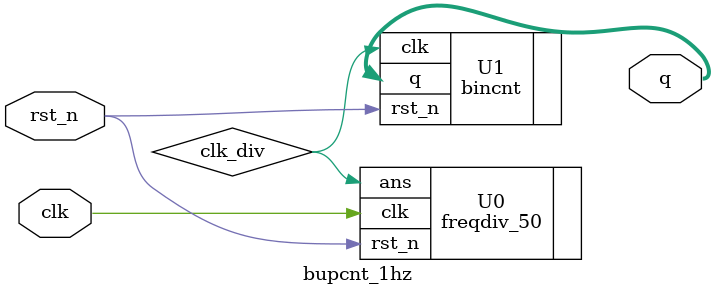
<source format=v>

`define CNT_BIT_WIDTH 4
module bupcnt_1hz(
    q,
    clk, //global clock
    rst_n
);

output [`CNT_BIT_WIDTH-1 : 0]q;
input clk;
input rst_n;

wire clk_div;
wire [`CNT_BIT_WIDTH-1 : 0]q; // ?

freqdiv_50 U0(
    .ans(clk_div), // divided clock
    .clk(clk), // global clock, f crystal
    .rst_n(rst_n)
);

bincnt U1(
    .q(q),
    .clk(clk_div),
    .rst_n(rst_n)
);

endmodule
</source>
